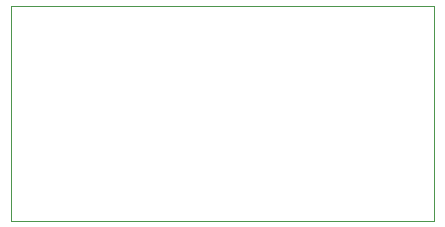
<source format=gm1>
G04 #@! TF.GenerationSoftware,KiCad,Pcbnew,(6.0.1-0)*
G04 #@! TF.CreationDate,2022-03-11T23:13:56+01:00*
G04 #@! TF.ProjectId,SDshield,53447368-6965-46c6-942e-6b696361645f,rev?*
G04 #@! TF.SameCoordinates,Original*
G04 #@! TF.FileFunction,Profile,NP*
%FSLAX46Y46*%
G04 Gerber Fmt 4.6, Leading zero omitted, Abs format (unit mm)*
G04 Created by KiCad (PCBNEW (6.0.1-0)) date 2022-03-11 23:13:56*
%MOMM*%
%LPD*%
G01*
G04 APERTURE LIST*
G04 #@! TA.AperFunction,Profile*
%ADD10C,0.050000*%
G04 #@! TD*
G04 APERTURE END LIST*
D10*
X132250000Y-98250000D02*
X132250000Y-80000000D01*
X168100000Y-98250000D02*
X132250000Y-98250000D01*
X132250000Y-80000000D02*
X168100000Y-80000000D01*
X168100000Y-80000000D02*
X168100000Y-98250000D01*
M02*

</source>
